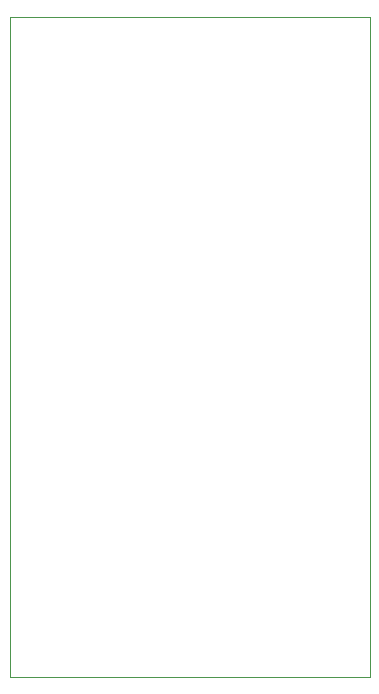
<source format=gbr>
G04 #@! TF.GenerationSoftware,KiCad,Pcbnew,(5.1.4)-1*
G04 #@! TF.CreationDate,2019-09-04T19:32:59+02:00*
G04 #@! TF.ProjectId,Clima-PCB,436c696d-612d-4504-9342-2e6b69636164,rev?*
G04 #@! TF.SameCoordinates,Original*
G04 #@! TF.FileFunction,Profile,NP*
%FSLAX46Y46*%
G04 Gerber Fmt 4.6, Leading zero omitted, Abs format (unit mm)*
G04 Created by KiCad (PCBNEW (5.1.4)-1) date 2019-09-04 19:32:59*
%MOMM*%
%LPD*%
G04 APERTURE LIST*
%ADD10C,0.120000*%
G04 APERTURE END LIST*
D10*
X142240000Y-115570000D02*
X142240000Y-59690000D01*
X172720000Y-115570000D02*
X142240000Y-115570000D01*
X172720000Y-59690000D02*
X172720000Y-115570000D01*
X142240000Y-59690000D02*
X172720000Y-59690000D01*
M02*

</source>
